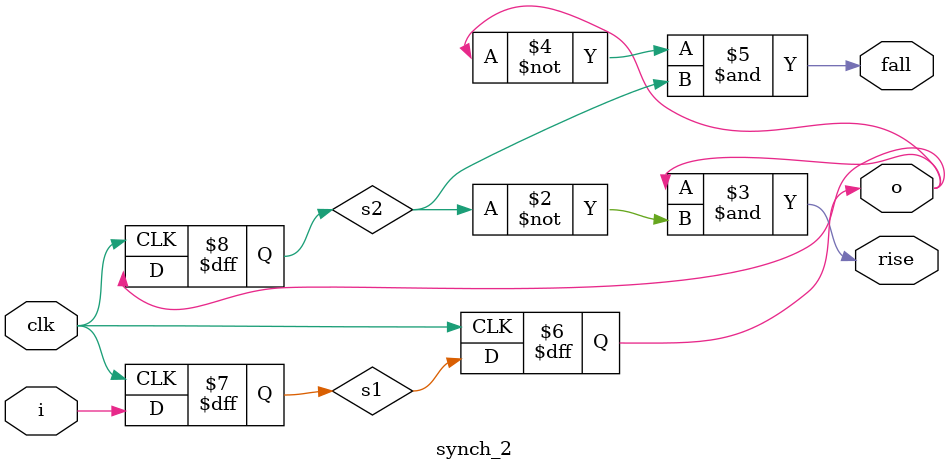
<source format=sv>

`default_nettype none
`timescale 1ns/1ps

module synch_2
    #(
         parameter WIDTH = 1
     ) (
         input  logic [WIDTH-1:0] i,    //! Input Signal
         output logic [WIDTH-1:0] o,    //! Synchronized Output
         input  logic             clk,  //! Clock To Synchronize On
         output logic             rise, //! One-Cycle Rising Edge Pulse
         output logic             fall  //! One-Cycle Falling Edge Pulse
     );

    logic [WIDTH-1:0] s1, s2;

    always_ff @(posedge clk) begin
        {s2, o, s1} <= {o, s1, i};
    end

    generate
        if(WIDTH == 1) begin : genEdges
            assign rise =  o & ~s2;
            assign fall = ~o &  s2;
        end
        else begin : genNoEdges
            assign rise = 1'b0;
            assign fall = 1'b0;
        end
    endgenerate

endmodule

</source>
